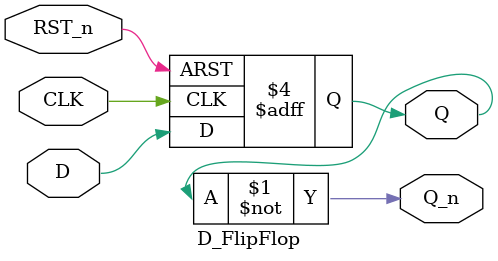
<source format=v>
module D_FlipFlop (
    input D,
    input CLK,
    input RST_n,
    output reg Q,
    output Q_n
);
    assign Q_n = ~Q;

    always @(posedge CLK or negedge RST_n) begin
        if (!RST_n)
            Q <= 1'b0;
        else
            Q <= D;
    end
endmodule

</source>
